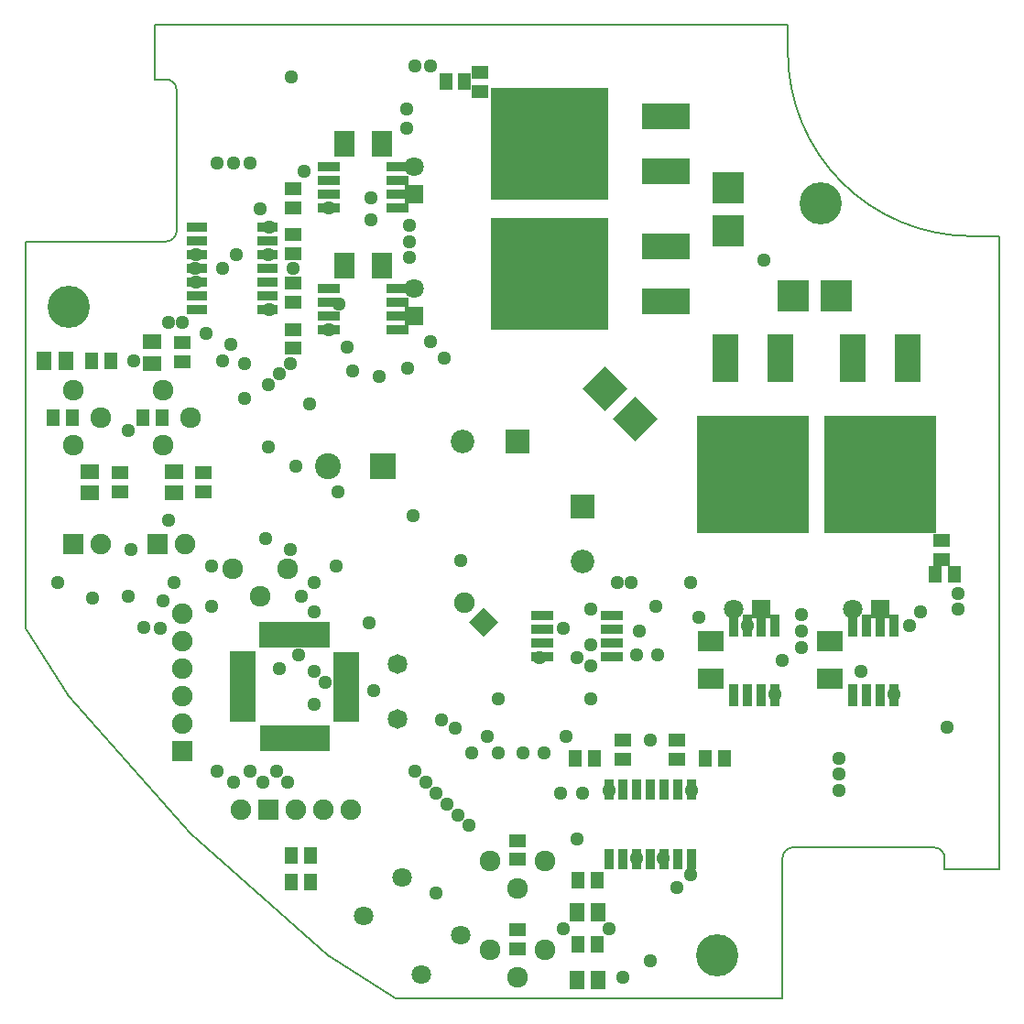
<source format=gts>
G04 (created by PCBNEW (2013-06-18 BZR 4216)-testing) date 2014/10/24 19:56:51*
%MOIN*%
G04 Gerber Fmt 3.4, Leading zero omitted, Abs format*
%FSLAX34Y34*%
G01*
G70*
G90*
G04 APERTURE LIST*
%ADD10C,0.005906*%
%ADD11C,0.074803*%
%ADD12C,0.070748*%
%ADD13R,0.070748X0.070748*%
%ADD14C,0.094488*%
%ADD15R,0.094488X0.094488*%
%ADD16C,0.085748*%
%ADD17R,0.085748X0.085748*%
%ADD18R,0.095748X0.075748*%
%ADD19R,0.075748X0.095748*%
%ADD20R,0.094448X0.033448*%
%ADD21R,0.033448X0.094448*%
%ADD22R,0.074803X0.074803*%
%ADD23C,0.071748*%
%ADD24R,0.097638X0.173228*%
%ADD25R,0.409449X0.429134*%
%ADD26R,0.173228X0.097638*%
%ADD27R,0.429134X0.409449*%
%ADD28R,0.114148X0.114148*%
%ADD29C,0.075748*%
%ADD30R,0.051181X0.062992*%
%ADD31R,0.062992X0.051181*%
%ADD32R,0.055118X0.070866*%
%ADD33R,0.070866X0.055118*%
%ADD34R,0.035748X0.084370*%
%ADD35R,0.084370X0.035748*%
%ADD36R,0.076496X0.035748*%
%ADD37R,0.035748X0.076496*%
%ADD38C,0.050748*%
%ADD39C,0.153543*%
G04 APERTURE END LIST*
G54D10*
X22047Y-44094D02*
X20472Y-41633D01*
X25196Y-27559D02*
X20472Y-27559D01*
X20472Y-27559D02*
X20472Y-41633D01*
X31496Y-53543D02*
X33956Y-55118D01*
X48031Y-55118D02*
X48031Y-50393D01*
X48031Y-55118D02*
X33956Y-55118D01*
X25196Y-21653D02*
X25590Y-21653D01*
X25196Y-21653D02*
X25196Y-19685D01*
X53937Y-50393D02*
X55905Y-50393D01*
X53543Y-49606D02*
X48425Y-49606D01*
X53937Y-50000D02*
G75*
G03X53543Y-49606I-393J0D01*
G74*
G01*
X53937Y-50393D02*
X53937Y-50000D01*
X48425Y-49606D02*
G75*
G03X48031Y-50000I0J-393D01*
G74*
G01*
X48031Y-50393D02*
X48031Y-50000D01*
X25984Y-27165D02*
X25984Y-22047D01*
X25590Y-27559D02*
G75*
G03X25984Y-27165I0J393D01*
G74*
G01*
X25984Y-22047D02*
G75*
G03X25590Y-21653I-393J0D01*
G74*
G01*
X25196Y-27559D02*
X25590Y-27559D01*
X48228Y-19685D02*
X25196Y-19685D01*
X55905Y-27362D02*
X55905Y-50393D01*
X48228Y-20669D02*
X48228Y-19685D01*
X54921Y-27362D02*
X55905Y-27362D01*
X48228Y-20669D02*
G75*
G03X54921Y-27362I6692J0D01*
G74*
G01*
X26476Y-49114D02*
X22047Y-44094D01*
X31496Y-53543D02*
X26476Y-49114D01*
G36*
X37693Y-41396D02*
X37164Y-41925D01*
X36635Y-41396D01*
X37164Y-40867D01*
X37693Y-41396D01*
X37693Y-41396D01*
G37*
G54D11*
X36457Y-40689D03*
G54D12*
X46271Y-40944D03*
G54D13*
X47271Y-40944D03*
G54D12*
X50602Y-40944D03*
G54D13*
X51602Y-40944D03*
G54D12*
X34625Y-24834D03*
G54D13*
X34625Y-25834D03*
G54D12*
X34625Y-29283D03*
G54D13*
X34625Y-30283D03*
G54D14*
X31480Y-35728D03*
G54D15*
X33480Y-35728D03*
G54D16*
X36401Y-34842D03*
G54D17*
X38401Y-34842D03*
G54D16*
X40748Y-39188D03*
G54D17*
X40748Y-37188D03*
G54D18*
X45433Y-43484D03*
X45433Y-42105D03*
X49763Y-43484D03*
X49763Y-42105D03*
G54D19*
X32086Y-24015D03*
X33464Y-24015D03*
X32086Y-28444D03*
X33464Y-28444D03*
G54D20*
X32161Y-42657D03*
X32161Y-42972D03*
X32161Y-43287D03*
X32161Y-43602D03*
X32161Y-43917D03*
X32161Y-44232D03*
X32161Y-44547D03*
X32161Y-44862D03*
X28395Y-44860D03*
X28395Y-42650D03*
X28395Y-42970D03*
X28395Y-43290D03*
X28395Y-43600D03*
X28395Y-43920D03*
X28395Y-44230D03*
X28395Y-44550D03*
G54D21*
X31377Y-45650D03*
X31063Y-45650D03*
X30747Y-45650D03*
X30433Y-45650D03*
X30117Y-45650D03*
X29803Y-45650D03*
X29487Y-45650D03*
X29173Y-45650D03*
X31375Y-41870D03*
X31065Y-41870D03*
X30745Y-41870D03*
X30435Y-41870D03*
X30125Y-41870D03*
X29805Y-41870D03*
X29485Y-41870D03*
X29165Y-41870D03*
G54D11*
X26181Y-41102D03*
X26181Y-42102D03*
X26181Y-43102D03*
X26181Y-44102D03*
X26181Y-45102D03*
G54D22*
X26181Y-46102D03*
G54D11*
X28314Y-48228D03*
G54D22*
X29314Y-48228D03*
G54D11*
X30314Y-48228D03*
X31314Y-48228D03*
X32314Y-48228D03*
G54D22*
X22236Y-38582D03*
G54D11*
X23236Y-38582D03*
G54D22*
X25287Y-38582D03*
G54D11*
X26287Y-38582D03*
G54D12*
X32779Y-52107D03*
X34193Y-50692D03*
X34900Y-54228D03*
X36315Y-52814D03*
G54D23*
X34005Y-42946D03*
X34005Y-44946D03*
G54D24*
X52574Y-31811D03*
G54D25*
X51574Y-36043D03*
G54D24*
X50574Y-31811D03*
X47948Y-31811D03*
G54D25*
X46948Y-36043D03*
G54D24*
X45948Y-31811D03*
G54D26*
X43779Y-25015D03*
G54D27*
X39547Y-24015D03*
G54D26*
X43779Y-23015D03*
X43779Y-29740D03*
G54D27*
X39547Y-28740D03*
G54D26*
X43779Y-27740D03*
G54D10*
G36*
X41866Y-34012D02*
X42673Y-33205D01*
X43481Y-34012D01*
X42673Y-34819D01*
X41866Y-34012D01*
X41866Y-34012D01*
G37*
G36*
X40770Y-32916D02*
X41577Y-32109D01*
X42385Y-32916D01*
X41577Y-33723D01*
X40770Y-32916D01*
X40770Y-32916D01*
G37*
G54D28*
X46062Y-25602D03*
X46062Y-27152D03*
X48437Y-29527D03*
X49987Y-29527D03*
G54D29*
X30035Y-39460D03*
X29035Y-40460D03*
X28035Y-39460D03*
X37385Y-50090D03*
X38385Y-51090D03*
X39385Y-50090D03*
X25484Y-34956D03*
X26484Y-33956D03*
X25484Y-32956D03*
X37385Y-53338D03*
X38385Y-54338D03*
X39385Y-53338D03*
X22236Y-34956D03*
X23236Y-33956D03*
X22236Y-32956D03*
G54D30*
X25444Y-33956D03*
X24751Y-33956D03*
X30165Y-49901D03*
X30858Y-49901D03*
G54D31*
X53838Y-38433D03*
X53838Y-39125D03*
G54D30*
X54283Y-39665D03*
X53590Y-39665D03*
G54D31*
X37007Y-21405D03*
X37007Y-22098D03*
G54D30*
X36468Y-21751D03*
X35775Y-21751D03*
G54D31*
X26968Y-36665D03*
X26968Y-35972D03*
X23917Y-36665D03*
X23917Y-35972D03*
G54D30*
X23574Y-31889D03*
X22881Y-31889D03*
X22196Y-33956D03*
X21503Y-33956D03*
G54D31*
X30216Y-25637D03*
X30216Y-26330D03*
X30216Y-27311D03*
X30216Y-28003D03*
G54D30*
X40598Y-53149D03*
X41291Y-53149D03*
G54D31*
X38385Y-53299D03*
X38385Y-52606D03*
G54D30*
X40500Y-46358D03*
X41192Y-46358D03*
G54D31*
X42224Y-46409D03*
X42224Y-45716D03*
X26181Y-31940D03*
X26181Y-31248D03*
X30216Y-31448D03*
X30216Y-30755D03*
X30216Y-29775D03*
X30216Y-29082D03*
G54D30*
X40598Y-50787D03*
X41291Y-50787D03*
G54D31*
X38385Y-50051D03*
X38385Y-49358D03*
G54D30*
X45917Y-46358D03*
X45224Y-46358D03*
G54D31*
X44192Y-46409D03*
X44192Y-45716D03*
G54D30*
X30165Y-50885D03*
X30858Y-50885D03*
G54D32*
X21948Y-31889D03*
X21161Y-31889D03*
X41338Y-54429D03*
X40551Y-54429D03*
G54D33*
X25098Y-31200D03*
X25098Y-31988D03*
X25885Y-35925D03*
X25885Y-36712D03*
X22834Y-35925D03*
X22834Y-36712D03*
G54D32*
X41338Y-51968D03*
X40551Y-51968D03*
G54D34*
X46257Y-41535D03*
X46757Y-41535D03*
X47257Y-41535D03*
X47757Y-41535D03*
X47757Y-44055D03*
X47257Y-44055D03*
X46757Y-44055D03*
X46257Y-44055D03*
X50588Y-41535D03*
X51088Y-41535D03*
X51588Y-41535D03*
X52088Y-41535D03*
X52088Y-44055D03*
X51588Y-44055D03*
X51088Y-44055D03*
X50588Y-44055D03*
G54D35*
X34035Y-24840D03*
X34035Y-25340D03*
X34035Y-25840D03*
X34035Y-26340D03*
X31515Y-26340D03*
X31515Y-25840D03*
X31515Y-25340D03*
X31515Y-24840D03*
X34035Y-29269D03*
X34035Y-29769D03*
X34035Y-30269D03*
X34035Y-30769D03*
X31515Y-30769D03*
X31515Y-30269D03*
X31515Y-29769D03*
X31515Y-29269D03*
X39291Y-42679D03*
X39291Y-42179D03*
X39291Y-41679D03*
X39291Y-41179D03*
X41811Y-41179D03*
X41811Y-41679D03*
X41811Y-42179D03*
X41811Y-42679D03*
G54D36*
X26729Y-27043D03*
X26729Y-27543D03*
X26729Y-28043D03*
X26729Y-28543D03*
X26729Y-29043D03*
X26729Y-29543D03*
X26729Y-30043D03*
X29272Y-30043D03*
X29272Y-29543D03*
X29273Y-28543D03*
X29272Y-28043D03*
X29273Y-27543D03*
X29272Y-27043D03*
X29272Y-29043D03*
G54D37*
X41708Y-50041D03*
X42208Y-50041D03*
X42708Y-50041D03*
X43208Y-50041D03*
X43708Y-50041D03*
X44208Y-50041D03*
X44708Y-50041D03*
X44708Y-47499D03*
X44208Y-47499D03*
X43208Y-47498D03*
X42708Y-47499D03*
X42208Y-47498D03*
X41708Y-47499D03*
X43708Y-47499D03*
G54D38*
X25885Y-39960D03*
G54D39*
X49409Y-26181D03*
X22047Y-29921D03*
X45669Y-53543D03*
G54D38*
X24311Y-38779D03*
X35433Y-51279D03*
X43208Y-53740D03*
X27657Y-28543D03*
X26651Y-28543D03*
X31397Y-43602D03*
X39173Y-42716D03*
X36318Y-39173D03*
X29724Y-43110D03*
X32972Y-41437D03*
X42814Y-41732D03*
X47757Y-44045D03*
X52088Y-44045D03*
X35236Y-31200D03*
X31525Y-26340D03*
X31525Y-30769D03*
X37696Y-46161D03*
X41043Y-44192D03*
X37696Y-44192D03*
X34645Y-46850D03*
X29625Y-46850D03*
X41043Y-43016D03*
X40157Y-45570D03*
X40551Y-42716D03*
X35039Y-47244D03*
X30019Y-47244D03*
X38385Y-52606D03*
X38385Y-49358D03*
X54429Y-40354D03*
X54429Y-40944D03*
X50885Y-43208D03*
X53051Y-41043D03*
X52657Y-41535D03*
X44980Y-41240D03*
X48720Y-41141D03*
X48720Y-41732D03*
X48720Y-42322D03*
X43503Y-42618D03*
X42716Y-42618D03*
X33070Y-25984D03*
X33070Y-26771D03*
X34448Y-28149D03*
X34448Y-27559D03*
X34448Y-26968D03*
X29035Y-26377D03*
X30610Y-25000D03*
X34350Y-23425D03*
X34350Y-22736D03*
X34645Y-21161D03*
X35236Y-21161D03*
X29724Y-32381D03*
X25688Y-30511D03*
X26181Y-30511D03*
X27066Y-30905D03*
X27952Y-31299D03*
X39960Y-47637D03*
X40748Y-47637D03*
X50098Y-46358D03*
X50098Y-46948D03*
X50098Y-47539D03*
X25393Y-41633D03*
X24783Y-41614D03*
X30118Y-31988D03*
X29330Y-32775D03*
X28641Y-24704D03*
X28051Y-24704D03*
X27460Y-24704D03*
X47342Y-28248D03*
X30216Y-28543D03*
X43208Y-45716D03*
X30807Y-33464D03*
X25688Y-37696D03*
X34596Y-37549D03*
X31840Y-36663D03*
X41043Y-40944D03*
X33169Y-43897D03*
X30314Y-35728D03*
X32381Y-32283D03*
X32086Y-28444D03*
X29330Y-35039D03*
X31003Y-44389D03*
X31003Y-43208D03*
X36122Y-45275D03*
X30511Y-40452D03*
X31003Y-39960D03*
X36712Y-46161D03*
X37303Y-45570D03*
X31791Y-39370D03*
X32185Y-31397D03*
X31889Y-29822D03*
X40551Y-49311D03*
X44685Y-50590D03*
X36220Y-48425D03*
X28051Y-47244D03*
X40059Y-52559D03*
X41732Y-52559D03*
X36614Y-48818D03*
X27460Y-46850D03*
X29232Y-38385D03*
X35826Y-48031D03*
X28641Y-46850D03*
X39370Y-46161D03*
X30118Y-38779D03*
X38582Y-46161D03*
X24409Y-31889D03*
X27657Y-31889D03*
X29133Y-47244D03*
X35433Y-47637D03*
X44192Y-51082D03*
X34397Y-32185D03*
X44708Y-47520D03*
X43700Y-50000D03*
X40059Y-41633D03*
X41043Y-42224D03*
X26673Y-29035D03*
X29351Y-30043D03*
X28444Y-31988D03*
X54035Y-45228D03*
X26673Y-28051D03*
X29351Y-27043D03*
X28444Y-33267D03*
X24212Y-34448D03*
X30165Y-21555D03*
X28149Y-28051D03*
X29330Y-28051D03*
X41708Y-47520D03*
X42716Y-50000D03*
X42224Y-54330D03*
X33366Y-32480D03*
X44685Y-39960D03*
X42519Y-39960D03*
X43405Y-40846D03*
X48031Y-42814D03*
X46751Y-41535D03*
X42027Y-39960D03*
X35728Y-31791D03*
X24212Y-40452D03*
X31003Y-41043D03*
X35629Y-44980D03*
X27263Y-39370D03*
X27263Y-40846D03*
X30413Y-42618D03*
X21653Y-39960D03*
X25492Y-40649D03*
X22933Y-40551D03*
M02*

</source>
